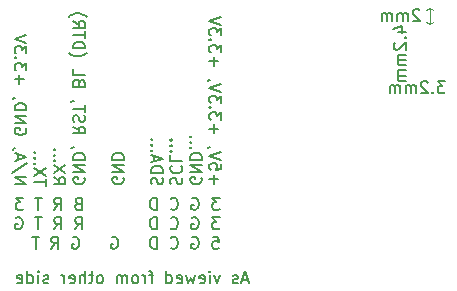
<source format=gbr>
%TF.GenerationSoftware,KiCad,Pcbnew,5.1.10*%
%TF.CreationDate,2021-05-31T03:58:19-05:00*%
%TF.ProjectId,airsensor,61697273-656e-4736-9f72-2e6b69636164,rev?*%
%TF.SameCoordinates,Original*%
%TF.FileFunction,Legend,Bot*%
%TF.FilePolarity,Positive*%
%FSLAX46Y46*%
G04 Gerber Fmt 4.6, Leading zero omitted, Abs format (unit mm)*
G04 Created by KiCad (PCBNEW 5.1.10) date 2021-05-31 03:58:19*
%MOMM*%
%LPD*%
G01*
G04 APERTURE LIST*
%ADD10C,0.150000*%
%ADD11C,0.120000*%
G04 APERTURE END LIST*
D10*
X169085047Y-126969619D02*
X169037428Y-126922000D01*
X168942190Y-126874380D01*
X168704095Y-126874380D01*
X168608857Y-126922000D01*
X168561238Y-126969619D01*
X168513619Y-127064857D01*
X168513619Y-127160095D01*
X168561238Y-127302952D01*
X169132666Y-127874380D01*
X168513619Y-127874380D01*
X168085047Y-127874380D02*
X168085047Y-127207714D01*
X168085047Y-127302952D02*
X168037428Y-127255333D01*
X167942190Y-127207714D01*
X167799333Y-127207714D01*
X167704095Y-127255333D01*
X167656476Y-127350571D01*
X167656476Y-127874380D01*
X167656476Y-127350571D02*
X167608857Y-127255333D01*
X167513619Y-127207714D01*
X167370761Y-127207714D01*
X167275523Y-127255333D01*
X167227904Y-127350571D01*
X167227904Y-127874380D01*
X166751714Y-127874380D02*
X166751714Y-127207714D01*
X166751714Y-127302952D02*
X166704095Y-127255333D01*
X166608857Y-127207714D01*
X166466000Y-127207714D01*
X166370761Y-127255333D01*
X166323142Y-127350571D01*
X166323142Y-127874380D01*
X166323142Y-127350571D02*
X166275523Y-127255333D01*
X166180285Y-127207714D01*
X166037428Y-127207714D01*
X165942190Y-127255333D01*
X165894571Y-127350571D01*
X165894571Y-127874380D01*
D11*
X169966000Y-126722000D02*
X170266000Y-126922000D01*
X169966000Y-126722000D02*
X169666000Y-126922000D01*
X169966000Y-128122000D02*
X170266000Y-127922000D01*
X169966000Y-128122000D02*
X169666000Y-127922000D01*
X169966000Y-126722000D02*
X169966000Y-128122000D01*
D10*
X171246952Y-132974380D02*
X170627904Y-132974380D01*
X170961238Y-133355333D01*
X170818380Y-133355333D01*
X170723142Y-133402952D01*
X170675523Y-133450571D01*
X170627904Y-133545809D01*
X170627904Y-133783904D01*
X170675523Y-133879142D01*
X170723142Y-133926761D01*
X170818380Y-133974380D01*
X171104095Y-133974380D01*
X171199333Y-133926761D01*
X171246952Y-133879142D01*
X170199333Y-133879142D02*
X170151714Y-133926761D01*
X170199333Y-133974380D01*
X170246952Y-133926761D01*
X170199333Y-133879142D01*
X170199333Y-133974380D01*
X169770761Y-133069619D02*
X169723142Y-133022000D01*
X169627904Y-132974380D01*
X169389809Y-132974380D01*
X169294571Y-133022000D01*
X169246952Y-133069619D01*
X169199333Y-133164857D01*
X169199333Y-133260095D01*
X169246952Y-133402952D01*
X169818380Y-133974380D01*
X169199333Y-133974380D01*
X168770761Y-133974380D02*
X168770761Y-133307714D01*
X168770761Y-133402952D02*
X168723142Y-133355333D01*
X168627904Y-133307714D01*
X168485047Y-133307714D01*
X168389809Y-133355333D01*
X168342190Y-133450571D01*
X168342190Y-133974380D01*
X168342190Y-133450571D02*
X168294571Y-133355333D01*
X168199333Y-133307714D01*
X168056476Y-133307714D01*
X167961238Y-133355333D01*
X167913619Y-133450571D01*
X167913619Y-133974380D01*
X167437428Y-133974380D02*
X167437428Y-133307714D01*
X167437428Y-133402952D02*
X167389809Y-133355333D01*
X167294571Y-133307714D01*
X167151714Y-133307714D01*
X167056476Y-133355333D01*
X167008857Y-133450571D01*
X167008857Y-133974380D01*
X167008857Y-133450571D02*
X166961238Y-133355333D01*
X166866000Y-133307714D01*
X166723142Y-133307714D01*
X166627904Y-133355333D01*
X166580285Y-133450571D01*
X166580285Y-133974380D01*
X167251714Y-128764857D02*
X167918380Y-128764857D01*
X166870761Y-128526761D02*
X167585047Y-128288666D01*
X167585047Y-128907714D01*
X167823142Y-129288666D02*
X167870761Y-129336285D01*
X167918380Y-129288666D01*
X167870761Y-129241047D01*
X167823142Y-129288666D01*
X167918380Y-129288666D01*
X167013619Y-129717238D02*
X166966000Y-129764857D01*
X166918380Y-129860095D01*
X166918380Y-130098190D01*
X166966000Y-130193428D01*
X167013619Y-130241047D01*
X167108857Y-130288666D01*
X167204095Y-130288666D01*
X167346952Y-130241047D01*
X167918380Y-129669619D01*
X167918380Y-130288666D01*
X167918380Y-130717238D02*
X167251714Y-130717238D01*
X167346952Y-130717238D02*
X167299333Y-130764857D01*
X167251714Y-130860095D01*
X167251714Y-131002952D01*
X167299333Y-131098190D01*
X167394571Y-131145809D01*
X167918380Y-131145809D01*
X167394571Y-131145809D02*
X167299333Y-131193428D01*
X167251714Y-131288666D01*
X167251714Y-131431523D01*
X167299333Y-131526761D01*
X167394571Y-131574380D01*
X167918380Y-131574380D01*
X167918380Y-132050571D02*
X167251714Y-132050571D01*
X167346952Y-132050571D02*
X167299333Y-132098190D01*
X167251714Y-132193428D01*
X167251714Y-132336285D01*
X167299333Y-132431523D01*
X167394571Y-132479142D01*
X167918380Y-132479142D01*
X167394571Y-132479142D02*
X167299333Y-132526761D01*
X167251714Y-132622000D01*
X167251714Y-132764857D01*
X167299333Y-132860095D01*
X167394571Y-132907714D01*
X167918380Y-132907714D01*
X151688571Y-141650404D02*
X151688571Y-140888500D01*
X151307619Y-141269452D02*
X152069523Y-141269452D01*
X152307619Y-139936119D02*
X152307619Y-140412309D01*
X151831428Y-140459928D01*
X151879047Y-140412309D01*
X151926666Y-140317071D01*
X151926666Y-140078976D01*
X151879047Y-139983738D01*
X151831428Y-139936119D01*
X151736190Y-139888500D01*
X151498095Y-139888500D01*
X151402857Y-139936119D01*
X151355238Y-139983738D01*
X151307619Y-140078976D01*
X151307619Y-140317071D01*
X151355238Y-140412309D01*
X151402857Y-140459928D01*
X152307619Y-139602785D02*
X151307619Y-139269452D01*
X152307619Y-138936119D01*
X151355238Y-138555166D02*
X151307619Y-138555166D01*
X151212380Y-138602785D01*
X151164761Y-138650404D01*
X151688571Y-137364690D02*
X151688571Y-136602785D01*
X151307619Y-136983738D02*
X152069523Y-136983738D01*
X152307619Y-136221833D02*
X152307619Y-135602785D01*
X151926666Y-135936119D01*
X151926666Y-135793261D01*
X151879047Y-135698023D01*
X151831428Y-135650404D01*
X151736190Y-135602785D01*
X151498095Y-135602785D01*
X151402857Y-135650404D01*
X151355238Y-135698023D01*
X151307619Y-135793261D01*
X151307619Y-136078976D01*
X151355238Y-136174214D01*
X151402857Y-136221833D01*
X151402857Y-135174214D02*
X151355238Y-135126595D01*
X151307619Y-135174214D01*
X151355238Y-135221833D01*
X151402857Y-135174214D01*
X151307619Y-135174214D01*
X152307619Y-134793261D02*
X152307619Y-134174214D01*
X151926666Y-134507547D01*
X151926666Y-134364690D01*
X151879047Y-134269452D01*
X151831428Y-134221833D01*
X151736190Y-134174214D01*
X151498095Y-134174214D01*
X151402857Y-134221833D01*
X151355238Y-134269452D01*
X151307619Y-134364690D01*
X151307619Y-134650404D01*
X151355238Y-134745642D01*
X151402857Y-134793261D01*
X152307619Y-133888500D02*
X151307619Y-133555166D01*
X152307619Y-133221833D01*
X151355238Y-132840880D02*
X151307619Y-132840880D01*
X151212380Y-132888500D01*
X151164761Y-132936119D01*
X151688571Y-131650404D02*
X151688571Y-130888500D01*
X151307619Y-131269452D02*
X152069523Y-131269452D01*
X152307619Y-130507547D02*
X152307619Y-129888500D01*
X151926666Y-130221833D01*
X151926666Y-130078976D01*
X151879047Y-129983738D01*
X151831428Y-129936119D01*
X151736190Y-129888500D01*
X151498095Y-129888500D01*
X151402857Y-129936119D01*
X151355238Y-129983738D01*
X151307619Y-130078976D01*
X151307619Y-130364690D01*
X151355238Y-130459928D01*
X151402857Y-130507547D01*
X151402857Y-129459928D02*
X151355238Y-129412309D01*
X151307619Y-129459928D01*
X151355238Y-129507547D01*
X151402857Y-129459928D01*
X151307619Y-129459928D01*
X152307619Y-129078976D02*
X152307619Y-128459928D01*
X151926666Y-128793261D01*
X151926666Y-128650404D01*
X151879047Y-128555166D01*
X151831428Y-128507547D01*
X151736190Y-128459928D01*
X151498095Y-128459928D01*
X151402857Y-128507547D01*
X151355238Y-128555166D01*
X151307619Y-128650404D01*
X151307619Y-128936119D01*
X151355238Y-129031357D01*
X151402857Y-129078976D01*
X152307619Y-128174214D02*
X151307619Y-127840880D01*
X152307619Y-127507547D01*
X150610000Y-141126595D02*
X150657619Y-141221833D01*
X150657619Y-141364690D01*
X150610000Y-141507547D01*
X150514761Y-141602785D01*
X150419523Y-141650404D01*
X150229047Y-141698023D01*
X150086190Y-141698023D01*
X149895714Y-141650404D01*
X149800476Y-141602785D01*
X149705238Y-141507547D01*
X149657619Y-141364690D01*
X149657619Y-141269452D01*
X149705238Y-141126595D01*
X149752857Y-141078976D01*
X150086190Y-141078976D01*
X150086190Y-141269452D01*
X149657619Y-140650404D02*
X150657619Y-140650404D01*
X149657619Y-140078976D01*
X150657619Y-140078976D01*
X149657619Y-139602785D02*
X150657619Y-139602785D01*
X150657619Y-139364690D01*
X150610000Y-139221833D01*
X150514761Y-139126595D01*
X150419523Y-139078976D01*
X150229047Y-139031357D01*
X150086190Y-139031357D01*
X149895714Y-139078976D01*
X149800476Y-139126595D01*
X149705238Y-139221833D01*
X149657619Y-139364690D01*
X149657619Y-139602785D01*
X149752857Y-138602785D02*
X149705238Y-138555166D01*
X149657619Y-138602785D01*
X149705238Y-138650404D01*
X149752857Y-138602785D01*
X149657619Y-138602785D01*
X149752857Y-138126595D02*
X149705238Y-138078976D01*
X149657619Y-138126595D01*
X149705238Y-138174214D01*
X149752857Y-138126595D01*
X149657619Y-138126595D01*
X149752857Y-137650404D02*
X149705238Y-137602785D01*
X149657619Y-137650404D01*
X149705238Y-137698023D01*
X149752857Y-137650404D01*
X149657619Y-137650404D01*
X148055238Y-141698023D02*
X148007619Y-141555166D01*
X148007619Y-141317071D01*
X148055238Y-141221833D01*
X148102857Y-141174214D01*
X148198095Y-141126595D01*
X148293333Y-141126595D01*
X148388571Y-141174214D01*
X148436190Y-141221833D01*
X148483809Y-141317071D01*
X148531428Y-141507547D01*
X148579047Y-141602785D01*
X148626666Y-141650404D01*
X148721904Y-141698023D01*
X148817142Y-141698023D01*
X148912380Y-141650404D01*
X148960000Y-141602785D01*
X149007619Y-141507547D01*
X149007619Y-141269452D01*
X148960000Y-141126595D01*
X148102857Y-140126595D02*
X148055238Y-140174214D01*
X148007619Y-140317071D01*
X148007619Y-140412309D01*
X148055238Y-140555166D01*
X148150476Y-140650404D01*
X148245714Y-140698023D01*
X148436190Y-140745642D01*
X148579047Y-140745642D01*
X148769523Y-140698023D01*
X148864761Y-140650404D01*
X148960000Y-140555166D01*
X149007619Y-140412309D01*
X149007619Y-140317071D01*
X148960000Y-140174214D01*
X148912380Y-140126595D01*
X148007619Y-139221833D02*
X148007619Y-139698023D01*
X149007619Y-139698023D01*
X148102857Y-138888500D02*
X148055238Y-138840880D01*
X148007619Y-138888500D01*
X148055238Y-138936119D01*
X148102857Y-138888500D01*
X148007619Y-138888500D01*
X148102857Y-138412309D02*
X148055238Y-138364690D01*
X148007619Y-138412309D01*
X148055238Y-138459928D01*
X148102857Y-138412309D01*
X148007619Y-138412309D01*
X148102857Y-137936119D02*
X148055238Y-137888500D01*
X148007619Y-137936119D01*
X148055238Y-137983738D01*
X148102857Y-137936119D01*
X148007619Y-137936119D01*
X146405238Y-141698023D02*
X146357619Y-141555166D01*
X146357619Y-141317071D01*
X146405238Y-141221833D01*
X146452857Y-141174214D01*
X146548095Y-141126595D01*
X146643333Y-141126595D01*
X146738571Y-141174214D01*
X146786190Y-141221833D01*
X146833809Y-141317071D01*
X146881428Y-141507547D01*
X146929047Y-141602785D01*
X146976666Y-141650404D01*
X147071904Y-141698023D01*
X147167142Y-141698023D01*
X147262380Y-141650404D01*
X147310000Y-141602785D01*
X147357619Y-141507547D01*
X147357619Y-141269452D01*
X147310000Y-141126595D01*
X146357619Y-140698023D02*
X147357619Y-140698023D01*
X147357619Y-140459928D01*
X147310000Y-140317071D01*
X147214761Y-140221833D01*
X147119523Y-140174214D01*
X146929047Y-140126595D01*
X146786190Y-140126595D01*
X146595714Y-140174214D01*
X146500476Y-140221833D01*
X146405238Y-140317071D01*
X146357619Y-140459928D01*
X146357619Y-140698023D01*
X146643333Y-139745642D02*
X146643333Y-139269452D01*
X146357619Y-139840880D02*
X147357619Y-139507547D01*
X146357619Y-139174214D01*
X146452857Y-138840880D02*
X146405238Y-138793261D01*
X146357619Y-138840880D01*
X146405238Y-138888500D01*
X146452857Y-138840880D01*
X146357619Y-138840880D01*
X146452857Y-138364690D02*
X146405238Y-138317071D01*
X146357619Y-138364690D01*
X146405238Y-138412309D01*
X146452857Y-138364690D01*
X146357619Y-138364690D01*
X146452857Y-137888500D02*
X146405238Y-137840880D01*
X146357619Y-137888500D01*
X146405238Y-137936119D01*
X146452857Y-137888500D01*
X146357619Y-137888500D01*
X144010000Y-141126595D02*
X144057619Y-141221833D01*
X144057619Y-141364690D01*
X144010000Y-141507547D01*
X143914761Y-141602785D01*
X143819523Y-141650404D01*
X143629047Y-141698023D01*
X143486190Y-141698023D01*
X143295714Y-141650404D01*
X143200476Y-141602785D01*
X143105238Y-141507547D01*
X143057619Y-141364690D01*
X143057619Y-141269452D01*
X143105238Y-141126595D01*
X143152857Y-141078976D01*
X143486190Y-141078976D01*
X143486190Y-141269452D01*
X143057619Y-140650404D02*
X144057619Y-140650404D01*
X143057619Y-140078976D01*
X144057619Y-140078976D01*
X143057619Y-139602785D02*
X144057619Y-139602785D01*
X144057619Y-139364690D01*
X144010000Y-139221833D01*
X143914761Y-139126595D01*
X143819523Y-139078976D01*
X143629047Y-139031357D01*
X143486190Y-139031357D01*
X143295714Y-139078976D01*
X143200476Y-139126595D01*
X143105238Y-139221833D01*
X143057619Y-139364690D01*
X143057619Y-139602785D01*
X140710000Y-141126595D02*
X140757619Y-141221833D01*
X140757619Y-141364690D01*
X140710000Y-141507547D01*
X140614761Y-141602785D01*
X140519523Y-141650404D01*
X140329047Y-141698023D01*
X140186190Y-141698023D01*
X139995714Y-141650404D01*
X139900476Y-141602785D01*
X139805238Y-141507547D01*
X139757619Y-141364690D01*
X139757619Y-141269452D01*
X139805238Y-141126595D01*
X139852857Y-141078976D01*
X140186190Y-141078976D01*
X140186190Y-141269452D01*
X139757619Y-140650404D02*
X140757619Y-140650404D01*
X139757619Y-140078976D01*
X140757619Y-140078976D01*
X139757619Y-139602785D02*
X140757619Y-139602785D01*
X140757619Y-139364690D01*
X140710000Y-139221833D01*
X140614761Y-139126595D01*
X140519523Y-139078976D01*
X140329047Y-139031357D01*
X140186190Y-139031357D01*
X139995714Y-139078976D01*
X139900476Y-139126595D01*
X139805238Y-139221833D01*
X139757619Y-139364690D01*
X139757619Y-139602785D01*
X139805238Y-138555166D02*
X139757619Y-138555166D01*
X139662380Y-138602785D01*
X139614761Y-138650404D01*
X139757619Y-136793261D02*
X140233809Y-137126595D01*
X139757619Y-137364690D02*
X140757619Y-137364690D01*
X140757619Y-136983738D01*
X140710000Y-136888500D01*
X140662380Y-136840880D01*
X140567142Y-136793261D01*
X140424285Y-136793261D01*
X140329047Y-136840880D01*
X140281428Y-136888500D01*
X140233809Y-136983738D01*
X140233809Y-137364690D01*
X139805238Y-136412309D02*
X139757619Y-136269452D01*
X139757619Y-136031357D01*
X139805238Y-135936119D01*
X139852857Y-135888500D01*
X139948095Y-135840880D01*
X140043333Y-135840880D01*
X140138571Y-135888500D01*
X140186190Y-135936119D01*
X140233809Y-136031357D01*
X140281428Y-136221833D01*
X140329047Y-136317071D01*
X140376666Y-136364690D01*
X140471904Y-136412309D01*
X140567142Y-136412309D01*
X140662380Y-136364690D01*
X140710000Y-136317071D01*
X140757619Y-136221833D01*
X140757619Y-135983738D01*
X140710000Y-135840880D01*
X140757619Y-135555166D02*
X140757619Y-134983738D01*
X139757619Y-135269452D02*
X140757619Y-135269452D01*
X139805238Y-134602785D02*
X139757619Y-134602785D01*
X139662380Y-134650404D01*
X139614761Y-134698023D01*
X140281428Y-133078976D02*
X140233809Y-132936119D01*
X140186190Y-132888500D01*
X140090952Y-132840880D01*
X139948095Y-132840880D01*
X139852857Y-132888500D01*
X139805238Y-132936119D01*
X139757619Y-133031357D01*
X139757619Y-133412309D01*
X140757619Y-133412309D01*
X140757619Y-133078976D01*
X140710000Y-132983738D01*
X140662380Y-132936119D01*
X140567142Y-132888500D01*
X140471904Y-132888500D01*
X140376666Y-132936119D01*
X140329047Y-132983738D01*
X140281428Y-133078976D01*
X140281428Y-133412309D01*
X139757619Y-131936119D02*
X139757619Y-132412309D01*
X140757619Y-132412309D01*
X139376666Y-130555166D02*
X139424285Y-130602785D01*
X139567142Y-130698023D01*
X139662380Y-130745642D01*
X139805238Y-130793261D01*
X140043333Y-130840880D01*
X140233809Y-130840880D01*
X140471904Y-130793261D01*
X140614761Y-130745642D01*
X140710000Y-130698023D01*
X140852857Y-130602785D01*
X140900476Y-130555166D01*
X139757619Y-130174214D02*
X140757619Y-130174214D01*
X140757619Y-129936119D01*
X140710000Y-129793261D01*
X140614761Y-129698023D01*
X140519523Y-129650404D01*
X140329047Y-129602785D01*
X140186190Y-129602785D01*
X139995714Y-129650404D01*
X139900476Y-129698023D01*
X139805238Y-129793261D01*
X139757619Y-129936119D01*
X139757619Y-130174214D01*
X140757619Y-129317071D02*
X140757619Y-128745642D01*
X139757619Y-129031357D02*
X140757619Y-129031357D01*
X139757619Y-127840880D02*
X140233809Y-128174214D01*
X139757619Y-128412309D02*
X140757619Y-128412309D01*
X140757619Y-128031357D01*
X140710000Y-127936119D01*
X140662380Y-127888500D01*
X140567142Y-127840880D01*
X140424285Y-127840880D01*
X140329047Y-127888500D01*
X140281428Y-127936119D01*
X140233809Y-128031357D01*
X140233809Y-128412309D01*
X139376666Y-127507547D02*
X139424285Y-127459928D01*
X139567142Y-127364690D01*
X139662380Y-127317071D01*
X139805238Y-127269452D01*
X140043333Y-127221833D01*
X140233809Y-127221833D01*
X140471904Y-127269452D01*
X140614761Y-127317071D01*
X140710000Y-127364690D01*
X140852857Y-127459928D01*
X140900476Y-127507547D01*
X138107619Y-141078976D02*
X138583809Y-141412309D01*
X138107619Y-141650404D02*
X139107619Y-141650404D01*
X139107619Y-141269452D01*
X139060000Y-141174214D01*
X139012380Y-141126595D01*
X138917142Y-141078976D01*
X138774285Y-141078976D01*
X138679047Y-141126595D01*
X138631428Y-141174214D01*
X138583809Y-141269452D01*
X138583809Y-141650404D01*
X139107619Y-140745642D02*
X138107619Y-140078976D01*
X139107619Y-140078976D02*
X138107619Y-140745642D01*
X138202857Y-139698023D02*
X138155238Y-139650404D01*
X138107619Y-139698023D01*
X138155238Y-139745642D01*
X138202857Y-139698023D01*
X138107619Y-139698023D01*
X138202857Y-139221833D02*
X138155238Y-139174214D01*
X138107619Y-139221833D01*
X138155238Y-139269452D01*
X138202857Y-139221833D01*
X138107619Y-139221833D01*
X138202857Y-138745642D02*
X138155238Y-138698023D01*
X138107619Y-138745642D01*
X138155238Y-138793261D01*
X138202857Y-138745642D01*
X138107619Y-138745642D01*
X137457619Y-141793261D02*
X137457619Y-141221833D01*
X136457619Y-141507547D02*
X137457619Y-141507547D01*
X137457619Y-140983738D02*
X136457619Y-140317071D01*
X137457619Y-140317071D02*
X136457619Y-140983738D01*
X136552857Y-139936119D02*
X136505238Y-139888500D01*
X136457619Y-139936119D01*
X136505238Y-139983738D01*
X136552857Y-139936119D01*
X136457619Y-139936119D01*
X136552857Y-139459928D02*
X136505238Y-139412309D01*
X136457619Y-139459928D01*
X136505238Y-139507547D01*
X136552857Y-139459928D01*
X136457619Y-139459928D01*
X136552857Y-138983738D02*
X136505238Y-138936119D01*
X136457619Y-138983738D01*
X136505238Y-139031357D01*
X136552857Y-138983738D01*
X136457619Y-138983738D01*
X134807619Y-141650404D02*
X135807619Y-141650404D01*
X134807619Y-141078976D01*
X135807619Y-141078976D01*
X135855238Y-139888500D02*
X134569523Y-140745642D01*
X135093333Y-139602785D02*
X135093333Y-139126595D01*
X134807619Y-139698023D02*
X135807619Y-139364690D01*
X134807619Y-139031357D01*
X134855238Y-138650404D02*
X134807619Y-138650404D01*
X134712380Y-138698023D01*
X134664761Y-138745642D01*
X135760000Y-136936119D02*
X135807619Y-137031357D01*
X135807619Y-137174214D01*
X135760000Y-137317071D01*
X135664761Y-137412309D01*
X135569523Y-137459928D01*
X135379047Y-137507547D01*
X135236190Y-137507547D01*
X135045714Y-137459928D01*
X134950476Y-137412309D01*
X134855238Y-137317071D01*
X134807619Y-137174214D01*
X134807619Y-137078976D01*
X134855238Y-136936119D01*
X134902857Y-136888500D01*
X135236190Y-136888500D01*
X135236190Y-137078976D01*
X134807619Y-136459928D02*
X135807619Y-136459928D01*
X134807619Y-135888500D01*
X135807619Y-135888500D01*
X134807619Y-135412309D02*
X135807619Y-135412309D01*
X135807619Y-135174214D01*
X135760000Y-135031357D01*
X135664761Y-134936119D01*
X135569523Y-134888500D01*
X135379047Y-134840880D01*
X135236190Y-134840880D01*
X135045714Y-134888500D01*
X134950476Y-134936119D01*
X134855238Y-135031357D01*
X134807619Y-135174214D01*
X134807619Y-135412309D01*
X134855238Y-134364690D02*
X134807619Y-134364690D01*
X134712380Y-134412309D01*
X134664761Y-134459928D01*
X135188571Y-133174214D02*
X135188571Y-132412309D01*
X134807619Y-132793261D02*
X135569523Y-132793261D01*
X135807619Y-132031357D02*
X135807619Y-131412309D01*
X135426666Y-131745642D01*
X135426666Y-131602785D01*
X135379047Y-131507547D01*
X135331428Y-131459928D01*
X135236190Y-131412309D01*
X134998095Y-131412309D01*
X134902857Y-131459928D01*
X134855238Y-131507547D01*
X134807619Y-131602785D01*
X134807619Y-131888500D01*
X134855238Y-131983738D01*
X134902857Y-132031357D01*
X134902857Y-130983738D02*
X134855238Y-130936119D01*
X134807619Y-130983738D01*
X134855238Y-131031357D01*
X134902857Y-130983738D01*
X134807619Y-130983738D01*
X135807619Y-130602785D02*
X135807619Y-129983738D01*
X135426666Y-130317071D01*
X135426666Y-130174214D01*
X135379047Y-130078976D01*
X135331428Y-130031357D01*
X135236190Y-129983738D01*
X134998095Y-129983738D01*
X134902857Y-130031357D01*
X134855238Y-130078976D01*
X134807619Y-130174214D01*
X134807619Y-130459928D01*
X134855238Y-130555166D01*
X134902857Y-130602785D01*
X135807619Y-129698023D02*
X134807619Y-129364690D01*
X135807619Y-129031357D01*
X154565714Y-149772666D02*
X154089523Y-149772666D01*
X154660952Y-150058380D02*
X154327619Y-149058380D01*
X153994285Y-150058380D01*
X153708571Y-150010761D02*
X153613333Y-150058380D01*
X153422857Y-150058380D01*
X153327619Y-150010761D01*
X153280000Y-149915523D01*
X153280000Y-149867904D01*
X153327619Y-149772666D01*
X153422857Y-149725047D01*
X153565714Y-149725047D01*
X153660952Y-149677428D01*
X153708571Y-149582190D01*
X153708571Y-149534571D01*
X153660952Y-149439333D01*
X153565714Y-149391714D01*
X153422857Y-149391714D01*
X153327619Y-149439333D01*
X152184761Y-149391714D02*
X151946666Y-150058380D01*
X151708571Y-149391714D01*
X151327619Y-150058380D02*
X151327619Y-149391714D01*
X151327619Y-149058380D02*
X151375238Y-149106000D01*
X151327619Y-149153619D01*
X151280000Y-149106000D01*
X151327619Y-149058380D01*
X151327619Y-149153619D01*
X150470476Y-150010761D02*
X150565714Y-150058380D01*
X150756190Y-150058380D01*
X150851428Y-150010761D01*
X150899047Y-149915523D01*
X150899047Y-149534571D01*
X150851428Y-149439333D01*
X150756190Y-149391714D01*
X150565714Y-149391714D01*
X150470476Y-149439333D01*
X150422857Y-149534571D01*
X150422857Y-149629809D01*
X150899047Y-149725047D01*
X150089523Y-149391714D02*
X149899047Y-150058380D01*
X149708571Y-149582190D01*
X149518095Y-150058380D01*
X149327619Y-149391714D01*
X148565714Y-150010761D02*
X148660952Y-150058380D01*
X148851428Y-150058380D01*
X148946666Y-150010761D01*
X148994285Y-149915523D01*
X148994285Y-149534571D01*
X148946666Y-149439333D01*
X148851428Y-149391714D01*
X148660952Y-149391714D01*
X148565714Y-149439333D01*
X148518095Y-149534571D01*
X148518095Y-149629809D01*
X148994285Y-149725047D01*
X147660952Y-150058380D02*
X147660952Y-149058380D01*
X147660952Y-150010761D02*
X147756190Y-150058380D01*
X147946666Y-150058380D01*
X148041904Y-150010761D01*
X148089523Y-149963142D01*
X148137142Y-149867904D01*
X148137142Y-149582190D01*
X148089523Y-149486952D01*
X148041904Y-149439333D01*
X147946666Y-149391714D01*
X147756190Y-149391714D01*
X147660952Y-149439333D01*
X146565714Y-149391714D02*
X146184761Y-149391714D01*
X146422857Y-150058380D02*
X146422857Y-149201238D01*
X146375238Y-149106000D01*
X146280000Y-149058380D01*
X146184761Y-149058380D01*
X145851428Y-150058380D02*
X145851428Y-149391714D01*
X145851428Y-149582190D02*
X145803809Y-149486952D01*
X145756190Y-149439333D01*
X145660952Y-149391714D01*
X145565714Y-149391714D01*
X145089523Y-150058380D02*
X145184761Y-150010761D01*
X145232380Y-149963142D01*
X145280000Y-149867904D01*
X145280000Y-149582190D01*
X145232380Y-149486952D01*
X145184761Y-149439333D01*
X145089523Y-149391714D01*
X144946666Y-149391714D01*
X144851428Y-149439333D01*
X144803809Y-149486952D01*
X144756190Y-149582190D01*
X144756190Y-149867904D01*
X144803809Y-149963142D01*
X144851428Y-150010761D01*
X144946666Y-150058380D01*
X145089523Y-150058380D01*
X144327619Y-150058380D02*
X144327619Y-149391714D01*
X144327619Y-149486952D02*
X144280000Y-149439333D01*
X144184761Y-149391714D01*
X144041904Y-149391714D01*
X143946666Y-149439333D01*
X143899047Y-149534571D01*
X143899047Y-150058380D01*
X143899047Y-149534571D02*
X143851428Y-149439333D01*
X143756190Y-149391714D01*
X143613333Y-149391714D01*
X143518095Y-149439333D01*
X143470476Y-149534571D01*
X143470476Y-150058380D01*
X142089523Y-150058380D02*
X142184761Y-150010761D01*
X142232380Y-149963142D01*
X142280000Y-149867904D01*
X142280000Y-149582190D01*
X142232380Y-149486952D01*
X142184761Y-149439333D01*
X142089523Y-149391714D01*
X141946666Y-149391714D01*
X141851428Y-149439333D01*
X141803809Y-149486952D01*
X141756190Y-149582190D01*
X141756190Y-149867904D01*
X141803809Y-149963142D01*
X141851428Y-150010761D01*
X141946666Y-150058380D01*
X142089523Y-150058380D01*
X141470476Y-149391714D02*
X141089523Y-149391714D01*
X141327619Y-149058380D02*
X141327619Y-149915523D01*
X141280000Y-150010761D01*
X141184761Y-150058380D01*
X141089523Y-150058380D01*
X140756190Y-150058380D02*
X140756190Y-149058380D01*
X140327619Y-150058380D02*
X140327619Y-149534571D01*
X140375238Y-149439333D01*
X140470476Y-149391714D01*
X140613333Y-149391714D01*
X140708571Y-149439333D01*
X140756190Y-149486952D01*
X139470476Y-150010761D02*
X139565714Y-150058380D01*
X139756190Y-150058380D01*
X139851428Y-150010761D01*
X139899047Y-149915523D01*
X139899047Y-149534571D01*
X139851428Y-149439333D01*
X139756190Y-149391714D01*
X139565714Y-149391714D01*
X139470476Y-149439333D01*
X139422857Y-149534571D01*
X139422857Y-149629809D01*
X139899047Y-149725047D01*
X138994285Y-150058380D02*
X138994285Y-149391714D01*
X138994285Y-149582190D02*
X138946666Y-149486952D01*
X138899047Y-149439333D01*
X138803809Y-149391714D01*
X138708571Y-149391714D01*
X137660952Y-150010761D02*
X137565714Y-150058380D01*
X137375238Y-150058380D01*
X137280000Y-150010761D01*
X137232380Y-149915523D01*
X137232380Y-149867904D01*
X137280000Y-149772666D01*
X137375238Y-149725047D01*
X137518095Y-149725047D01*
X137613333Y-149677428D01*
X137660952Y-149582190D01*
X137660952Y-149534571D01*
X137613333Y-149439333D01*
X137518095Y-149391714D01*
X137375238Y-149391714D01*
X137280000Y-149439333D01*
X136803809Y-150058380D02*
X136803809Y-149391714D01*
X136803809Y-149058380D02*
X136851428Y-149106000D01*
X136803809Y-149153619D01*
X136756190Y-149106000D01*
X136803809Y-149058380D01*
X136803809Y-149153619D01*
X135899047Y-150058380D02*
X135899047Y-149058380D01*
X135899047Y-150010761D02*
X135994285Y-150058380D01*
X136184761Y-150058380D01*
X136280000Y-150010761D01*
X136327619Y-149963142D01*
X136375238Y-149867904D01*
X136375238Y-149582190D01*
X136327619Y-149486952D01*
X136280000Y-149439333D01*
X136184761Y-149391714D01*
X135994285Y-149391714D01*
X135899047Y-149439333D01*
X135041904Y-150010761D02*
X135137142Y-150058380D01*
X135327619Y-150058380D01*
X135422857Y-150010761D01*
X135470476Y-149915523D01*
X135470476Y-149534571D01*
X135422857Y-149439333D01*
X135327619Y-149391714D01*
X135137142Y-149391714D01*
X135041904Y-149439333D01*
X134994285Y-149534571D01*
X134994285Y-149629809D01*
X135470476Y-149725047D01*
X152159642Y-142836380D02*
X151540595Y-142836380D01*
X151873928Y-143217333D01*
X151731071Y-143217333D01*
X151635833Y-143264952D01*
X151588214Y-143312571D01*
X151540595Y-143407809D01*
X151540595Y-143645904D01*
X151588214Y-143741142D01*
X151635833Y-143788761D01*
X151731071Y-143836380D01*
X152016785Y-143836380D01*
X152112023Y-143788761D01*
X152159642Y-143741142D01*
X149826309Y-142884000D02*
X149921547Y-142836380D01*
X150064404Y-142836380D01*
X150207261Y-142884000D01*
X150302500Y-142979238D01*
X150350119Y-143074476D01*
X150397738Y-143264952D01*
X150397738Y-143407809D01*
X150350119Y-143598285D01*
X150302500Y-143693523D01*
X150207261Y-143788761D01*
X150064404Y-143836380D01*
X149969166Y-143836380D01*
X149826309Y-143788761D01*
X149778690Y-143741142D01*
X149778690Y-143407809D01*
X149969166Y-143407809D01*
X148016785Y-143741142D02*
X148064404Y-143788761D01*
X148207261Y-143836380D01*
X148302500Y-143836380D01*
X148445357Y-143788761D01*
X148540595Y-143693523D01*
X148588214Y-143598285D01*
X148635833Y-143407809D01*
X148635833Y-143264952D01*
X148588214Y-143074476D01*
X148540595Y-142979238D01*
X148445357Y-142884000D01*
X148302500Y-142836380D01*
X148207261Y-142836380D01*
X148064404Y-142884000D01*
X148016785Y-142931619D01*
X146826309Y-143836380D02*
X146826309Y-142836380D01*
X146588214Y-142836380D01*
X146445357Y-142884000D01*
X146350119Y-142979238D01*
X146302500Y-143074476D01*
X146254880Y-143264952D01*
X146254880Y-143407809D01*
X146302500Y-143598285D01*
X146350119Y-143693523D01*
X146445357Y-143788761D01*
X146588214Y-143836380D01*
X146826309Y-143836380D01*
X140159642Y-143312571D02*
X140016785Y-143360190D01*
X139969166Y-143407809D01*
X139921547Y-143503047D01*
X139921547Y-143645904D01*
X139969166Y-143741142D01*
X140016785Y-143788761D01*
X140112023Y-143836380D01*
X140492976Y-143836380D01*
X140492976Y-142836380D01*
X140159642Y-142836380D01*
X140064404Y-142884000D01*
X140016785Y-142931619D01*
X139969166Y-143026857D01*
X139969166Y-143122095D01*
X140016785Y-143217333D01*
X140064404Y-143264952D01*
X140159642Y-143312571D01*
X140492976Y-143312571D01*
X138159642Y-143836380D02*
X138492976Y-143360190D01*
X138731071Y-143836380D02*
X138731071Y-142836380D01*
X138350119Y-142836380D01*
X138254880Y-142884000D01*
X138207261Y-142931619D01*
X138159642Y-143026857D01*
X138159642Y-143169714D01*
X138207261Y-143264952D01*
X138254880Y-143312571D01*
X138350119Y-143360190D01*
X138731071Y-143360190D01*
X137112023Y-142836380D02*
X136540595Y-142836380D01*
X136826309Y-143836380D02*
X136826309Y-142836380D01*
X135540595Y-142836380D02*
X134921547Y-142836380D01*
X135254880Y-143217333D01*
X135112023Y-143217333D01*
X135016785Y-143264952D01*
X134969166Y-143312571D01*
X134921547Y-143407809D01*
X134921547Y-143645904D01*
X134969166Y-143741142D01*
X135016785Y-143788761D01*
X135112023Y-143836380D01*
X135397738Y-143836380D01*
X135492976Y-143788761D01*
X135540595Y-143741142D01*
X152159642Y-144486380D02*
X151540595Y-144486380D01*
X151873928Y-144867333D01*
X151731071Y-144867333D01*
X151635833Y-144914952D01*
X151588214Y-144962571D01*
X151540595Y-145057809D01*
X151540595Y-145295904D01*
X151588214Y-145391142D01*
X151635833Y-145438761D01*
X151731071Y-145486380D01*
X152016785Y-145486380D01*
X152112023Y-145438761D01*
X152159642Y-145391142D01*
X149826309Y-144534000D02*
X149921547Y-144486380D01*
X150064404Y-144486380D01*
X150207261Y-144534000D01*
X150302500Y-144629238D01*
X150350119Y-144724476D01*
X150397738Y-144914952D01*
X150397738Y-145057809D01*
X150350119Y-145248285D01*
X150302500Y-145343523D01*
X150207261Y-145438761D01*
X150064404Y-145486380D01*
X149969166Y-145486380D01*
X149826309Y-145438761D01*
X149778690Y-145391142D01*
X149778690Y-145057809D01*
X149969166Y-145057809D01*
X148016785Y-145391142D02*
X148064404Y-145438761D01*
X148207261Y-145486380D01*
X148302500Y-145486380D01*
X148445357Y-145438761D01*
X148540595Y-145343523D01*
X148588214Y-145248285D01*
X148635833Y-145057809D01*
X148635833Y-144914952D01*
X148588214Y-144724476D01*
X148540595Y-144629238D01*
X148445357Y-144534000D01*
X148302500Y-144486380D01*
X148207261Y-144486380D01*
X148064404Y-144534000D01*
X148016785Y-144581619D01*
X146826309Y-145486380D02*
X146826309Y-144486380D01*
X146588214Y-144486380D01*
X146445357Y-144534000D01*
X146350119Y-144629238D01*
X146302500Y-144724476D01*
X146254880Y-144914952D01*
X146254880Y-145057809D01*
X146302500Y-145248285D01*
X146350119Y-145343523D01*
X146445357Y-145438761D01*
X146588214Y-145486380D01*
X146826309Y-145486380D01*
X139921547Y-145486380D02*
X140254880Y-145010190D01*
X140492976Y-145486380D02*
X140492976Y-144486380D01*
X140112023Y-144486380D01*
X140016785Y-144534000D01*
X139969166Y-144581619D01*
X139921547Y-144676857D01*
X139921547Y-144819714D01*
X139969166Y-144914952D01*
X140016785Y-144962571D01*
X140112023Y-145010190D01*
X140492976Y-145010190D01*
X138159642Y-145486380D02*
X138492976Y-145010190D01*
X138731071Y-145486380D02*
X138731071Y-144486380D01*
X138350119Y-144486380D01*
X138254880Y-144534000D01*
X138207261Y-144581619D01*
X138159642Y-144676857D01*
X138159642Y-144819714D01*
X138207261Y-144914952D01*
X138254880Y-144962571D01*
X138350119Y-145010190D01*
X138731071Y-145010190D01*
X137112023Y-144486380D02*
X136540595Y-144486380D01*
X136826309Y-145486380D02*
X136826309Y-144486380D01*
X134921547Y-144534000D02*
X135016785Y-144486380D01*
X135159642Y-144486380D01*
X135302500Y-144534000D01*
X135397738Y-144629238D01*
X135445357Y-144724476D01*
X135492976Y-144914952D01*
X135492976Y-145057809D01*
X135445357Y-145248285D01*
X135397738Y-145343523D01*
X135302500Y-145438761D01*
X135159642Y-145486380D01*
X135064404Y-145486380D01*
X134921547Y-145438761D01*
X134873928Y-145391142D01*
X134873928Y-145057809D01*
X135064404Y-145057809D01*
X151588214Y-146136380D02*
X152064404Y-146136380D01*
X152112023Y-146612571D01*
X152064404Y-146564952D01*
X151969166Y-146517333D01*
X151731071Y-146517333D01*
X151635833Y-146564952D01*
X151588214Y-146612571D01*
X151540595Y-146707809D01*
X151540595Y-146945904D01*
X151588214Y-147041142D01*
X151635833Y-147088761D01*
X151731071Y-147136380D01*
X151969166Y-147136380D01*
X152064404Y-147088761D01*
X152112023Y-147041142D01*
X149826309Y-146184000D02*
X149921547Y-146136380D01*
X150064404Y-146136380D01*
X150207261Y-146184000D01*
X150302500Y-146279238D01*
X150350119Y-146374476D01*
X150397738Y-146564952D01*
X150397738Y-146707809D01*
X150350119Y-146898285D01*
X150302500Y-146993523D01*
X150207261Y-147088761D01*
X150064404Y-147136380D01*
X149969166Y-147136380D01*
X149826309Y-147088761D01*
X149778690Y-147041142D01*
X149778690Y-146707809D01*
X149969166Y-146707809D01*
X148016785Y-147041142D02*
X148064404Y-147088761D01*
X148207261Y-147136380D01*
X148302500Y-147136380D01*
X148445357Y-147088761D01*
X148540595Y-146993523D01*
X148588214Y-146898285D01*
X148635833Y-146707809D01*
X148635833Y-146564952D01*
X148588214Y-146374476D01*
X148540595Y-146279238D01*
X148445357Y-146184000D01*
X148302500Y-146136380D01*
X148207261Y-146136380D01*
X148064404Y-146184000D01*
X148016785Y-146231619D01*
X146826309Y-147136380D02*
X146826309Y-146136380D01*
X146588214Y-146136380D01*
X146445357Y-146184000D01*
X146350119Y-146279238D01*
X146302500Y-146374476D01*
X146254880Y-146564952D01*
X146254880Y-146707809D01*
X146302500Y-146898285D01*
X146350119Y-146993523D01*
X146445357Y-147088761D01*
X146588214Y-147136380D01*
X146826309Y-147136380D01*
X143016785Y-146184000D02*
X143112023Y-146136380D01*
X143254880Y-146136380D01*
X143397738Y-146184000D01*
X143492976Y-146279238D01*
X143540595Y-146374476D01*
X143588214Y-146564952D01*
X143588214Y-146707809D01*
X143540595Y-146898285D01*
X143492976Y-146993523D01*
X143397738Y-147088761D01*
X143254880Y-147136380D01*
X143159642Y-147136380D01*
X143016785Y-147088761D01*
X142969166Y-147041142D01*
X142969166Y-146707809D01*
X143159642Y-146707809D01*
X139731071Y-146184000D02*
X139826309Y-146136380D01*
X139969166Y-146136380D01*
X140112023Y-146184000D01*
X140207261Y-146279238D01*
X140254880Y-146374476D01*
X140302500Y-146564952D01*
X140302500Y-146707809D01*
X140254880Y-146898285D01*
X140207261Y-146993523D01*
X140112023Y-147088761D01*
X139969166Y-147136380D01*
X139873928Y-147136380D01*
X139731071Y-147088761D01*
X139683452Y-147041142D01*
X139683452Y-146707809D01*
X139873928Y-146707809D01*
X137921547Y-147136380D02*
X138254880Y-146660190D01*
X138492976Y-147136380D02*
X138492976Y-146136380D01*
X138112023Y-146136380D01*
X138016785Y-146184000D01*
X137969166Y-146231619D01*
X137921547Y-146326857D01*
X137921547Y-146469714D01*
X137969166Y-146564952D01*
X138016785Y-146612571D01*
X138112023Y-146660190D01*
X138492976Y-146660190D01*
X136873928Y-146136380D02*
X136302500Y-146136380D01*
X136588214Y-147136380D02*
X136588214Y-146136380D01*
M02*

</source>
